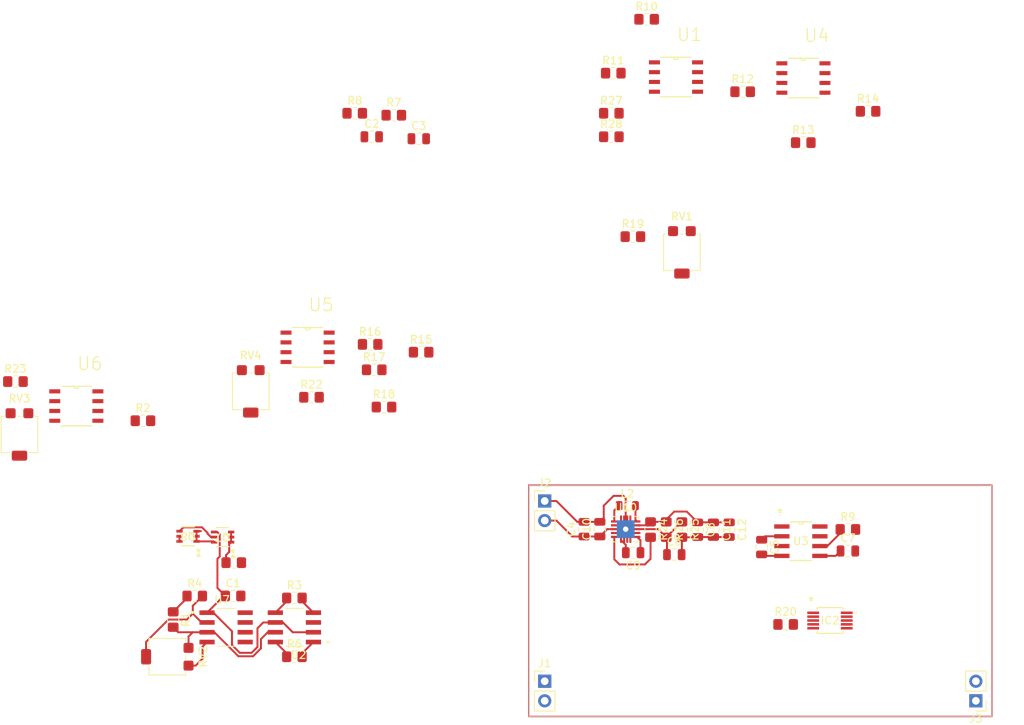
<source format=kicad_pcb>
(kicad_pcb (version 20221018) (generator pcbnew)
  (layers (0 "F.Cu" jumper) (31 "B.Cu" signal) (34 "B.Paste" user) (35 "F.Paste" user) (36 "B.SilkS" user "B.Silkscreen") (37 "F.SilkS" user "F.Silkscreen") (38 "B.Mask" user) (39 "F.Mask" user) (44 "Edge.Cuts" user))
  (net 0 "")
  (net 1 "GND")
  (net 2 "Net-(C2-Pad1)")
  (net 3 "(UxUy + ErUy){slash}Asaw")
  (net 4 "VBUS")
  (net 5 "Net-(U3-CAP+)")
  (net 6 "Net-(U3-CAP-)")
  (net 7 "Net-(U10-FB)")
  (net 8 "Vcc-")
  (net 9 "VCC")
  (net 10 "Net-(U10-VAUX)")
  (net 11 "PWM_OUT")
  (net 12 "SW_OUT")
  (net 17 "Ux")
  (net 18 "Uy")
  (net 19 "UxUy")
  (net 20 "Net-(U10-L1)")
  (net 21 "Net-(U10-L2)")
  (net 22 "Net-(Q7A-B1)")
  (net 23 "Net-(Q7A-E1)")
  (net 24 "Net-(Q7B-C2)")
  (net 25 "Net-(U7A-+)")
  (net 26 "Uy_buff")
  (net 27 "Net-(U6B--)")
  (net 28 "Net-(U2B-+)")
  (net 29 "Net-(U3-LV)")
  (net 30 "Net-(R10-Pad1)")
  (net 31 "Net-(U4A--)")
  (net 32 "Net-(R11-Pad1)")
  (net 33 "Net-(R12-Pad2)")
  (net 34 "Net-(U4B--)")
  (net 35 "Ux+Er")
  (net 36 "Net-(U5B-+)")
  (net 37 "UyEr")
  (net 38 "UxUy + ErUy")
  (net 39 "Net-(U5B--)")
  (net 40 "Er")
  (net 41 "Net-(R22-Pad2)")
  (net 42 "Net-(R23-Pad1)")
  (net 43 "Net-(U10-PG)")
  (net 44 "Net-(U1A--)")
  (net 45 "Net-(U1B--)")
  (net 46 "Net-(U6A--)")
  (net 47 "Net-(U5A--)")
  (net 51 "Net-(Q7B-E2)")
  (footprint "Custom:D8" (layer "F.Cu") (at 177.4698 88.011)
    (fp_text reference "U3")
    (fp_text value "~")
  )
  (footprint "Resistor_SMD:R_0805_2012Metric_Pad1.20x1.40mm_HandSolder" (layer "F.Cu") (at 124.714 32.766)
    (fp_text reference "R7")
    (fp_text value "20k")
  )
  (footprint "Capacitor_SMD:C_0805_2012Metric" (layer "F.Cu") (at 155.733834 89.501497 180)
    (fp_text reference "C9")
    (fp_text value "0,1u")
  )
  (footprint "Custom:TLV3402IDR_SOIC8" (layer "F.Cu") (at 111.83 99.187 180)
    (fp_text reference "U2")
    (fp_text value "TLV340")
  )
  (footprint "Resistor_SMD:R_0805_2012Metric_Pad1.20x1.40mm_HandSolder" (layer "F.Cu") (at 152.908 35.56)
    (fp_text reference "R28")
    (fp_text value "10k")
  )
  (footprint "Inductor_SMD:L_0805_2012Metric" (layer "F.Cu") (at 154.971834 83.405497)
    (fp_text reference "L2")
    (fp_text value "1u")
  )
  (footprint "Capacitor_SMD:C_0805_2012Metric" (layer "F.Cu") (at 161.067834 89.755497)
    (fp_text reference "C6")
    (fp_text value "10p")
  )
  (footprint "Resistor_SMD:R_0805_2012Metric_Pad1.20x1.40mm_HandSolder" (layer "F.Cu") (at 119.65 32.512)
    (fp_text reference "R8")
    (fp_text value "20k")
  )
  (footprint "Resistor_SMD:R_0805_2012Metric_Pad1.20x1.40mm_HandSolder" (layer "F.Cu") (at 153.162 27.31)
    (fp_text reference "R11")
    (fp_text value "10k")
  )
  (footprint "Resistor_SMD:R_0805_2012Metric_Pad1.20x1.40mm_HandSolder" (layer "F.Cu") (at 121.65 62.484)
    (fp_text reference "R16")
    (fp_text value "2k")
  )
  (footprint "Capacitor_SMD:C_0805_2012Metric" (layer "F.Cu") (at 183.5658 89.281)
    (fp_text reference "C7")
    (fp_text value "10u")
  )
  (footprint "Resistor_SMD:R_0805_2012Metric_Pad1.20x1.40mm_HandSolder" (layer "F.Cu") (at 128.254 63.5)
    (fp_text reference "R15")
    (fp_text value "2k")
  )
  (footprint "Resistor_SMD:R_0805_2012Metric_Pad1.20x1.40mm_HandSolder" (layer "F.Cu") (at 157.988 86.504668 -90)
    (fp_text reference "R24")
    (fp_text value "1M")
  )
  (footprint "Connector_PinHeader_2.54mm:PinHeader_1x02_P2.54mm_Vertical" (layer "F.Cu") (at 144.272 82.799)
    (fp_text reference "J2")
    (fp_text value "Conn_01x02_Pin")
  )
  (footprint "Resistor_SMD:R_0805_2012Metric_Pad1.20x1.40mm_HandSolder" (layer "F.Cu") (at 111.83 102.997)
    (fp_text reference "R6")
    (fp_text value "10k")
  )
  (footprint "Resistor_SMD:R_0805_2012Metric_Pad1.20x1.40mm_HandSolder" (layer "F.Cu") (at 162.052 86.506013 -90)
    (fp_text reference "R25")
    (fp_text value "111k")
  )
  (footprint "Resistor_SMD:R_0805_2012Metric_Pad1.20x1.40mm_HandSolder" (layer "F.Cu") (at 183.5658 86.487)
    (fp_text reference "R9")
    (fp_text value "10k")
  )
  (footprint "Resistor_SMD:R_0805_2012Metric_Pad1.20x1.40mm_HandSolder" (layer "F.Cu") (at 92.202 72.39)
    (fp_text reference "R2")
    (fp_text value "10k")
  )
  (footprint "Custom:TS912AIDT-SOIC8" (layer "F.Cu") (at 113.538 62.865)
    (fp_text reference "U5")
    (fp_text value "TS912")
  )
  (footprint "Capacitor_SMD:C_0805_2012Metric" (layer "F.Cu") (at 127.95 35.814)
    (fp_text reference "C3")
    (fp_text value "10n")
  )
  (footprint "Connector_PinHeader_2.54mm:PinHeader_1x02_P2.54mm_Vertical" (layer "F.Cu") (at 144.272 106.172)
    (fp_text reference "J1")
    (fp_text value "Conn_01x02_Pin")
  )
  (footprint "Custom:SOT-363_DUAL_PNP" (layer "F.Cu") (at 102.5271 87.4776 180)
    (fp_text reference "Q7")
    (fp_text value "Q_Dual_PNP_PNP_C1B1B2C2E2E1")
  )
  (footprint "Resistor_SMD:R_0805_2012Metric_Pad1.20x1.40mm_HandSolder" (layer "F.Cu") (at 114.046 69.342)
    (fp_text reference "R22")
    (fp_text value "7,5k")
  )
  (footprint "Custom:TS912AIDT-SOIC8" (layer "F.Cu") (at 161.29 27.813)
    (fp_text reference "U1")
    (fp_text value "TS912")
  )
  (footprint "Potentiometer_SMD:Potentiometer_Bourns_3314G_Vertical" (layer "F.Cu") (at 95.359 102.997 -90)
    (fp_text reference "RV2")
    (fp_text value "12,5k")
  )
  (footprint "Custom:Texas_S-PWSON-N10_ThermalVias_Custom" (layer "F.Cu") (at 154.766834 86.453497)
    (fp_text reference "U10")
    (fp_text value "TPS63060")
  )
  (footprint "Resistor_SMD:R_0805_2012Metric_Pad1.20x1.40mm_HandSolder" (layer "F.Cu") (at 175.498 98.806)
    (fp_text reference "R20")
    (fp_text value "2k")
  )
  (footprint "Potentiometer_SMD:Potentiometer_Bourns_3314G_Vertical" (layer "F.Cu") (at 162.052 50.546)
    (fp_text reference "RV1")
    (fp_text value "1,15k")
  )
  (footprint "Resistor_SMD:R_0805_2012Metric_Pad1.20x1.40mm_HandSolder" (layer "F.Cu") (at 152.908 32.512)
    (fp_text reference "R27")
    (fp_text value "10k")
  )
  (footprint "Potentiometer_SMD:Potentiometer_Bourns_3314G_Vertical" (layer "F.Cu") (at 76.2 74.168)
    (fp_text reference "RV3")
    (fp_text value "2,4k")
  )
  (footprint "Resistor_SMD:R_0805_2012Metric_Pad1.20x1.40mm_HandSolder" (layer "F.Cu") (at 103.886 95.113104)
    (fp_text reference "C1")
    (fp_text value "1n")
  )
  (footprint "Custom:TS912AIDT-SOIC8" (layer "F.Cu") (at 177.8 27.94)
    (fp_text reference "U4")
    (fp_text value "TS912")
  )
  (footprint "Resistor_SMD:R_0805_2012Metric_Pad1.20x1.40mm_HandSolder" (layer "F.Cu") (at 157.48 20.32)
    (fp_text reference "R10")
    (fp_text value "10k")
  )
  (footprint "Potentiometer_SMD:Potentiometer_Bourns_3314G_Vertical" (layer "F.Cu") (at 106.172 68.58)
    (fp_text reference "RV4")
    (fp_text value "3k")
  )
  (footprint "Capacitor_SMD:C_0805_2012Metric" (layer "F.Cu") (at 149.383834 86.453497 90)
    (fp_text reference "C4")
    (fp_text value "10u")
  )
  (footprint "Resistor_SMD:R_0805_2012Metric_Pad1.20x1.40mm_HandSolder" (layer "F.Cu") (at 155.702 48.514)
    (fp_text reference "R19")
    (fp_text value "2k")
  )
  (footprint "Custom:SOT-363_DUAL_PNP" (layer "F.Cu") (at 98.044 87.376 180)
    (fp_text reference "Q8")
    (fp_text value "Q_Dual_PNP_PNP_C1B1B2C2E2E1")
  )
  (footprint "Resistor_SMD:R_0805_2012Metric_Pad1.20x1.40mm_HandSolder" (layer "F.Cu") (at 169.926 29.718)
    (fp_text reference "R12")
    (fp_text value "10k")
  )
  (footprint "Resistor_SMD:R_0805_2012Metric_Pad1.20x1.40mm_HandSolder" (layer "F.Cu") (at 75.676 67.31)
    (fp_text reference "R23")
    (fp_text value "2k")
  )
  (footprint "Resistor_SMD:R_0805_2012Metric_Pad1.20x1.40mm_HandSolder" (layer "F.Cu") (at 122.174 65.786)
    (fp_text reference "R17")
    (fp_text value "2k")
  )
  (footprint "Custom:RM_10_ADI" (layer "F.Cu") (at 181.2417 98.298)
    (fp_text reference "IC2")
    (fp_text value "ADG1221BRMZ")
  )
  (footprint "Capacitor_SMD:C_0805_2012Metric" (layer "F.Cu") (at 172.3898 88.773 -90)
    (fp_text reference "C5")
    (fp_text value "10u")
  )
  (footprint "Capacitor_SMD:C_0805_2012Metric" (layer "F.Cu") (at 168.179834 86.519497 -90)
    (fp_text reference "C12")
    (fp_text value "22u")
  )
  (footprint "Resistor_SMD:R_0805_2012Metric_Pad1.20x1.40mm_HandSolder" (layer "F.Cu") (at 186.182 32.258)
    (fp_text reference "R14")
    (fp_text value "2k")
  )
  (footprint "Resistor_SMD:R_0805_2012Metric_Pad1.20x1.40mm_HandSolder" (layer "F.Cu") (at 103.969259 90.795104)
    (fp_text reference "R5" hide)
    (fp_text value "10k")
  )
  (footprint "Custom:TLV3402IDR_SOIC8" (layer "F.Cu") (at 102.979 99.187)
    (fp_text reference "U7")
    (fp_text value "TLV340")
  )
  (footprint "Resistor_SMD:R_0805_2012Metric_Pad1.20x1.40mm_HandSolder" (layer "F.Cu") (at 177.784 36.322)
    (fp_text reference "R13")
    (fp_text value "2k")
  )
  (footprint "Capacitor_SMD:C_0805_2012Metric" (layer "F.Cu") (at 166.13554 86.519643 -90)
    (fp_text reference "C11")
    (fp_text value "22u")
  )
  (footprint "Resistor_SMD:R_0805_2012Metric_Pad1.20x1.40mm_HandSolder" (layer "F.Cu") (at 96.121 98.171 -90)
    (fp_text reference "R1")
    (fp_text value "3k")
  )
  (footprint "Capacitor_SMD:C_0805_2012Metric" (layer "F.Cu") (at 151.415834 86.453497 90)
    (fp_text reference "C10")
    (fp_text value "10u")
  )
  (footprint "Resistor_SMD:R_0805_2012Metric_Pad1.20x1.40mm_HandSolder" (layer "F.Cu") (at 160.02 86.504668 -90)
    (fp_text reference "R26")
    (fp_text value "1M")
  )
  (footprint "Resistor_SMD:R_0805_2012Metric_Pad1.20x1.40mm_HandSolder" (layer "F.Cu") (at 98.915 95.123)
    (fp_text reference "R4")
    (fp_text value "100k")
  )
  (footprint "Connector_PinHeader_2.54mm:PinHeader_1x02_P2.54mm_Vertical" (layer "F.Cu") (at 200.152 108.712 180)
    (fp_text reference "J3")
    (fp_text value "Conn_01x02_Pin")
  )
  (footprint "Capacitor_SMD:C_0805_2012Metric" (layer "F.Cu") (at 164.084 86.522013 -90)
    (fp_text reference "C8")
    (fp_text value "22u")
  )
  (footprint "Custom:TS912AIDT-SOIC8" (layer "F.Cu") (at 83.566 70.485)
    (fp_text reference "U6")
    (fp_text value "TS912")
  )
  (footprint "Resistor_SMD:R_0805_2012Metric_Pad1.20x1.40mm_HandSolder" (layer "F.Cu") (at 123.444 70.612)
    (fp_text reference "R18")
    (fp_text value "2k")
  )
  (footprint "Capacitor_SMD:C_0805_2012Metric" (layer "F.Cu") (at 121.854 35.56)
    (fp_text reference "C2")
    (fp_text value "10n")
  )
  (footprint "Resistor_SMD:R_0805_2012Metric_Pad1.20x1.40mm_HandSolder" (layer "F.Cu") (at 111.83 95.377)
    (fp_text reference "R3")
    (fp_text value "24k")
  )
  (gr_rect (start 142.212 80.744) (end 202.212 110.744) (stroke (width 0.2)) (fill none) (layer "F.Cu"))
  (gr_line (start 142.24 110.744) (end 142.24 80.772) (stroke (width 0.1)) (layer "Edge.Cuts"))
  (gr_line (start 202.184 110.744) (end 142.24 110.744) (stroke (width 0.1)) (layer "Edge.Cuts"))
  (gr_line (start 202.184 80.772) (end 202.184 110.744) (stroke (width 0.1)) (layer "Edge.Cuts"))
  (gr_line (start 142.24 80.772) (end 202.184 80.772) (stroke (width 0.1)) (layer "Edge.Cuts"))
  (segment (start 149.383834 85.503497) (end 151.415834 85.503497) (width 0.25) (layer "F.Cu") (net 1))
  (segment (start 154.766834 86.453497) (end 154.766834 82.438497) (width 0.25) (layer "F.Cu") (net 1))
  (segment (start 99.931 103.251) (end 99.931 101.67) (width 0.25) (layer "F.Cu") (net 1))
  (segment (start 154.463834 82.135497) (end 153.193834 82.135497) (width 0.25) (layer "F.Cu") (net 1))
  (segment (start 112.814 95.123) (end 112.814 95.796) (width 0.25) (layer "F.Cu") (net 1))
  (segment (start 164.05 87.506013) (end 164.084 87.472013) (width 0.25) (layer "F.Cu") (net 1))
  (segment (start 162.052 87.506013) (end 164.05 87.506013) (width 0.25) (layer "F.Cu") (net 1))
  (segment (start 166.13554 87.469643) (end 168.179688 87.469643) (width 0.25) (layer "F.Cu") (net 1))
  (segment (start 151.923834 84.995497) (end 151.923834 83.405497) (width 0.25) (layer "F.Cu") (net 1))
  (segment (start 166.13317 87.472013) (end 166.13554 87.469643) (width 0.25) (layer "F.Cu") (net 1))
  (segment (start 98.109 104.147) (end 99.035 104.147) (width 0.25) (layer "F.Cu") (net 1))
  (segment (start 162.052 87.506013) (end 162.052 89.721331) (width 0.25) (layer "F.Cu") (net 1))
  (segment (start 112.814 95.796) (end 114.3 97.282) (width 0.25) (layer "F.Cu") (net 1))
  (segment (start 162.052 89.721331) (end 162.017834 89.755497) (width 0.25) (layer "F.Cu") (net 1))
  (segment (start 154.783834 88.495497) (end 154.166834 87.878497) (width 0.25) (layer "F.Cu") (net 1))
  (segment (start 148.495497 85.503497) (end 149.383834 85.503497) (width 0.25) (layer "F.Cu") (net 1))
  (segment (start 144.272 82.799) (end 145.791 82.799) (width 0.25) (layer "F.Cu") (net 1))
  (segment (start 99.931 101.67) (end 100.509 101.092) (width 0.25) (layer "F.Cu") (net 1))
  (segment (start 168.179688 87.469643) (end 168.179834 87.469497) (width 0.25) (layer "F.Cu") (net 1))
  (segment (start 154.766834 82.438497) (end 154.463834 82.135497) (width 0.25) (layer "F.Cu") (net 1))
  (segment (start 154.783834 89.501497) (end 154.783834 88.495497) (width 0.25) (layer "F.Cu") (net 1))
  (segment (start 153.193834 82.135497) (end 151.923834 83.405497) (width 0.25) (layer "F.Cu") (net 1))
  (segment (start 164.084 87.472013) (end 166.13317 87.472013) (width 0.25) (layer "F.Cu") (net 1))
  (segment (start 151.415834 85.503497) (end 151.923834 84.995497) (width 0.25) (layer "F.Cu") (net 1))
  (segment (start 99.035 104.147) (end 99.931 103.251) (width 0.25) (layer "F.Cu") (net 1))
  (segment (start 145.791 82.799) (end 148.495497 85.503497) (width 0.25) (layer "F.Cu") (net 1))
  (segment (start 144.272 85.339) (end 145.791 85.339) (width 0.25) (layer "F.Cu") (net 4))
  (segment (start 152.365834 86.453497) (end 151.415834 87.403497) (width 0.25) (layer "F.Cu") (net 4))
  (segment (start 149.383834 87.403497) (end 149.187834 87.207497) (width 0.25) (layer "F.Cu") (net 4))
  (segment (start 153.006834 86.453497) (end 152.365834 86.453497) (width 0.25) (layer "F.Cu") (net 4))
  (segment (start 147.855497 87.403497) (end 149.383834 87.403497) (width 0.25) (layer "F.Cu") (net 4))
  (segment (start 149.383834 87.403497) (end 151.415834 87.403497) (width 0.25) (layer "F.Cu") (net 4))
  (segment (start 145.791 85.339) (end 147.855497 87.403497) (width 0.25) (layer "F.Cu") (net 4))
  (segment (start 175.006 87.376) (end 172.8368 87.376) (width 0.25) (layer "F.Cu") (net 5))
  (segment (start 172.8368 87.376) (end 172.3898 87.823) (width 0.25) (layer "F.Cu") (net 5))
  (segment (start 172.5828 89.916) (end 172.3898 89.723) (width 0.25) (layer "F.Cu") (net 6))
  (segment (start 175.006 89.916) (end 172.5828 89.916) (width 0.25) (layer "F.Cu") (net 6))
  (segment (start 160.117834 89.755497) (end 160.117834 87.602502) (width 0.25) (layer "F.Cu") (net 7))
  (segment (start 158.968829 86.453497) (end 156.241834 86.453497) (width 0.25) (layer "F.Cu") (net 7))
  (segment (start 160.117834 87.602502) (end 160.02 87.504668) (width 0.25) (layer "F.Cu") (net 7))
  (segment (start 160.02 87.504668) (end 158.968829 86.453497) (width 0.25) (layer "F.Cu") (net 7))
  (segment (start 162.018655 85.506013) (end 160.02 87.504668) (width 0.25) (layer "F.Cu") (net 7))
  (segment (start 162.052 85.506013) (end 162.018655 85.506013) (width 0.25) (layer "F.Cu") (net 7))
  (segment (start 182.6158 89.281) (end 181.9808 89.916) (width 0.25) (layer "F.Cu") (net 8))
  (segment (start 181.9808 89.916) (end 179.9336 89.916) (width 0.25) (layer "F.Cu") (net 8))
  (segment (start 164.084 85.572013) (end 166.13317 85.572013) (width 0.25) (layer "F.Cu") (net 9))
  (segment (start 110.83 102.562) (end 109.36 101.092) (width 0.25) (layer "F.Cu") (net 9))
  (segment (start 160.02 85.215331) (end 161.067834 84.167497) (width 0.25) (layer "F.Cu") (net 9))
  (segment (start 160.02 85.504668) (end 160.02 85.215331) (width 0.25) (layer "F.Cu") (net 9))
  (segment (start 161.067834 84.167497) (end 162.679484 84.167497) (width 0.25) (layer "F.Cu") (net 9))
  (segment (start 162.679484 84.167497) (end 164.084 85.572013) (width 0.25) (layer "F.Cu") (net 9))
  (segment (start 157.539171 85.953497) (end 157.988 85.504668) (width 0.25) (layer "F.Cu") (net 9))
  (segment (start 97.915 95.123) (end 97.915 95.377) (width 0.25) (layer "F.Cu") (net 9))
  (segment (start 96.9391 87.376) (end 96.9391 88.0364) (width 0.25) (layer "F.Cu") (net 9))
  (segment (start 157.988 85.504668) (end 160.02 85.504668) (width 0.25) (layer "F.Cu") (net 9))
  (segment (start 168.179688 85.569643) (end 168.179834 85.569497) (width 0.25) (layer "F.Cu") (net 9))
  (segment (start 166.13554 85.569643) (end 168.179688 85.569643) (width 0.25) (layer "F.Cu") (net 9))
  (segment (start 110.83 102.997) (end 110.83 102.562) (width 0.25) (layer "F.Cu") (net 9))
  (segment (start 156.526834 85.953497) (end 157.539171 85.953497) (width 0.25) (layer "F.Cu") (net 9))
  (segment (start 166.13317 85.572013) (end 166.13554 85.569643) (width 0.25) (layer "F.Cu") (net 9))
  (segment (start 97.915 95.377) (end 96.121 97.171) (width 0.25) (layer "F.Cu") (net 9))
  (segment (start 156.683834 87.895497) (end 156.241834 87.453497) (width 0.25) (layer "F.Cu") (net 10))
  (segment (start 156.683834 89.501497) (end 156.683834 87.895497) (width 0.25) (layer "F.Cu") (net 10))
  (segment (start 112.83 102.562) (end 114.3 101.092) (width 0.25) (layer "F.Cu") (net 11))
  (segment (start 112.83 102.997) (end 112.83 102.562) (width 0.25) (layer "F.Cu") (net 11))
  (segment (start 153.909334 83.405497) (end 153.291834 84.022997) (width 0.25) (layer "F.Cu") (net 20))
  (segment (start 153.291834 84.022997) (end 153.291834 85.453497) (width 0.25) (layer "F.Cu") (net 20))
  (segment (start 156.034334 85.245997) (end 156.241834 85.453497) (width 0.25) (layer "F.Cu") (net 21))
  (segment (start 156.034334 83.405497) (end 156.034334 85.245997) (width 0.25) (layer "F.Cu") (net 21))
  (segment (start 103.632 87.4776) (end 103.632 88.138) (width 0.25) (layer "F.Cu") (net 22))
  (segment (start 103.632 87.4776) (end 103.632 86.8172) (width 0.25) (layer "F.Cu") (net 22))
  (segment (start 103.632 88.138) (end 103.378 88.392) (width 0.25) (layer "F.Cu") (net 22))
  (segment (start 103.378 88.392) (end 103.378 89.408) (width 0.25) (layer "F.Cu") (net 22))
  (segment (start 102.969259 89.816741) (end 102.969259 90.795104) (width 0.25) (layer "F.Cu") (net 22))
  (segment (start 103.378 89.408) (end 102.969259 89.816741) (width 0.25) (layer "F.Cu") (net 22))
  (segment (start 99.1489 88.0364) (end 101.3206 88.0364) (width 0.25) (layer "F.Cu") (net 23))
  (segment (start 101.3206 88.0364) (end 101.4222 88.138) (width 0.25) (layer "F.Cu") (net 23))
  (segment (start 99.1489 86.7156) (end 99.1489 87.376) (width 0.25) (layer "F.Cu") (net 23))
  (segment (start 99.1489 86.7156) (end 99.7204 86.7156) (width 0.25) (layer "F.Cu") (net 23))
  (segment (start 99.1489 87.376) (end 99.1489 88.0364) (width 0.25) (layer "F.Cu") (net 23))
  (segment (start 103.741 99.695) (end 101.328 97.282) (width 0.25) (layer "F.Cu") (net 24))
  (segment (start 106.281 102.489) (end 104.757 102.489) (width 0.25) (layer "F.Cu") (net 24))
  (segment (start 107.043 99.3035) (end 107.043 101.727) (width 0.25) (layer "F.Cu") (net 24))
  (segment (start 111.615 99.822) (end 114.3 99.822) (width 0.25) (layer "F.Cu") (net 24))
  (segment (start 110.345 98.552) (end 111.615 99.822) (width 0.25) (layer "F.Cu") (net 24))
  (segment (start 107.7945 98.552) (end 107.043 99.3035) (width 0.25) (layer "F.Cu") (net 24))
  (segment (start 101.4222 86.8172) (end 101.8286 86.8172) (width 0.25) (layer "F.Cu") (net 24))
  (segment (start 101.854 94.081104) (end 102.886 95.113104) (width 0.25) (layer "F.Cu") (net 24))
  (segment (start 101.854 90.297189) (end 101.854 94.081104) (width 0.25) (layer "F.Cu") (net 24))
  (segment (start 101.328 97.282) (end 100.509 97.282) (width 0.25) (layer "F.Cu") (net 24))
  (segment (start 102.886 95.113104) (end 102.677896 95.113104) (width 0.25) (layer "F.Cu") (net 24))
  (segment (start 109.36 98.552) (end 110.345 98.552) (width 0.25) (layer "F.Cu") (net 24))
  (segment (start 107.7945 98.552) (end 109.36 98.552) (width 0.25) (layer "F.Cu") (net 24))
  (segment (start 102.677896 95.113104) (end 100.509 97.282) (width 0.25) (layer "F.Cu") (net 24))
  (segment (start 102.1536 89.997589) (end 101.854 90.297189) (width 0.25) (layer "F.Cu") (net 24))
  (segment (start 102.1536 87.1422) (end 102.1536 89.997589) (width 0.25) (layer "F.Cu") (net 24))
  (segment (start 107.043 101.727) (end 106.281 102.489) (width 0.25) (layer "F.Cu") (net 24))
  (segment (start 104.757 102.489) (end 103.741 101.473) (width 0.25) (layer "F.Cu") (net 24))
  (segment (start 101.8286 86.8172) (end 102.1536 87.1422) (width 0.25) (layer "F.Cu") (net 24))
  (segment (start 103.741 101.473) (end 103.741 99.695) (width 0.25) (layer "F.Cu") (net 24))
  (segment (start 96.121 99.171) (end 96.772 99.822) (width 0.25) (layer "F.Cu") (net 25))
  (segment (start 96.772 99.822) (end 98.661 99.822) (width 0.25) (layer "F.Cu") (net 25))
  (segment (start 107.493 100.704) (end 107.493 101.913396) (width 0.25) (layer "F.Cu") (net 25))
  (segment (start 109.36 99.822) (end 108.375 99.822) (width 0.25) (layer "F.Cu") (net 25))
  (segment (start 98.109 101.847) (end 98.109 100.374) (width 0.25) (layer "F.Cu") (net 25))
  (segment (start 98.109 100.374) (end 98.661 99.822) (width 0.25) (layer "F.Cu") (net 25))
  (segment (start 98.661 99.822) (end 100.509 99.822) (width 0.25) (layer "F.Cu") (net 25))
  (segment (start 104.570604 102.939) (end 101.453604 99.822) (width 0.25) (layer "F.Cu") (net 25))
  (segment (start 107.493 101.913396) (end 106.467396 102.939) (width 0.25) (layer "F.Cu") (net 25))
  (segment (start 106.467396 102.939) (end 104.570604 102.939) (width 0.25) (layer "F.Cu") (net 25))
  (segment (start 101.453604 99.822) (end 100.509 99.822) (width 0.25) (layer "F.Cu") (net 25))
  (segment (start 108.375 99.822) (end 107.493 100.704) (width 0.25) (layer "F.Cu") (net 25))
  (segment (start 99.915 95.123) (end 99.915 95.139) (width 0.25) (layer "F.Cu") (net 28))
  (segment (start 98.661 96.393) (end 98.661 97.409) (width 0.25) (layer "F.Cu") (net 28))
  (segment (start 99.915 95.139) (end 98.661 96.393) (width 0.25) (layer "F.Cu") (net 28))
  (segment (start 110.814 95.828) (end 110.814 95.123) (width 0.25) (layer "F.Cu") (net 28))
  (segment (start 95.507826 98.171) (end 97.899 98.171) (width 0.25) (layer "F.Cu") (net 28))
  (segment (start 97.899 98.171) (end 98.661 97.409) (width 0.25) (layer "F.Cu") (net 28))
  (segment (start 92.609 101.069826) (end 95.507826 98.171) (width 0.25) (layer "F.Cu") (net 28))
  (segment (start 99.804 98.552) (end 100.509 98.552) (width 0.25) (layer "F.Cu") (net 28))
  (segment (start 109.36 97.282) (end 110.814 95.828) (width 0.25) (layer "F.Cu") (net 28))
  (segment (start 92.609 102.997) (end 92.609 101.069826) (width 0.25) (layer "F.Cu") (net 28))
  (segment (start 98.661 97.409) (end 99.804 98.552) (width 0.25) (layer "F.Cu") (net 28))
  (segment (start 182.5658 86.503) (end 182.8038 86.741) (width 0.25) (layer "F.Cu") (net 29))
  (segment (start 182.8038 86.741) (end 180.8988 88.646) (width 0.25) (layer "F.Cu") (net 29))
  (segment (start 180.8988 88.646) (end 179.9336 88.646) (width 0.25) (layer "F.Cu") (net 29))
  (segment (start 182.5658 86.487) (end 182.5658 86.503) (width 0.25) (layer "F.Cu") (net 29))
  (segment (start 157.988 87.504668) (end 157.988 87.501331) (width 0.25) (layer "F.Cu") (net 43))
  (segment (start 153.291834 90.361497) (end 153.291834 87.453497) (width 0.25) (layer "F.Cu") (net 43))
  (segment (start 157.988 87.504668) (end 157.988 90.295331) (width 0.25) (layer "F.Cu") (net 43))
  (segment (start 157.257834 91.025497) (end 153.955834 91.025497) (width 0.25) (layer "F.Cu") (net 43))
  (segment (start 153.955834 91.025497) (end 153.291834 90.361497) (width 0.25) (layer "F.Cu") (net 43))
  (segment (start 157.988 90.295331) (end 157.257834 91.025497) (width 0.25) (layer "F.Cu") (net 43))
  (segment (start 100.584 87.0458) (end 101.0158 87.4776) (width 0.25) (layer "F.Cu") (net 51))
  (segment (start 96.9391 86.7156) (end 97.4419 86.2128) (width 0.25) (layer "F.Cu") (net 51))
  (segment (start 101.0158 87.4776) (end 101.4222 87.4776) (width 0.25) (layer "F.Cu") (net 51))
  (segment (start 97.4419 86.2128) (end 99.853996 86.2128) (width 0.25) (layer "F.Cu") (net 51))
  (segment (start 100.584 86.942804) (end 100.584 87.0458) (width 0.25) (layer "F.Cu") (net 51))
  (segment (start 99.853996 86.2128) (end 100.584 86.942804) (width 0.25) (layer "F.Cu") (net 51))
)
</source>
